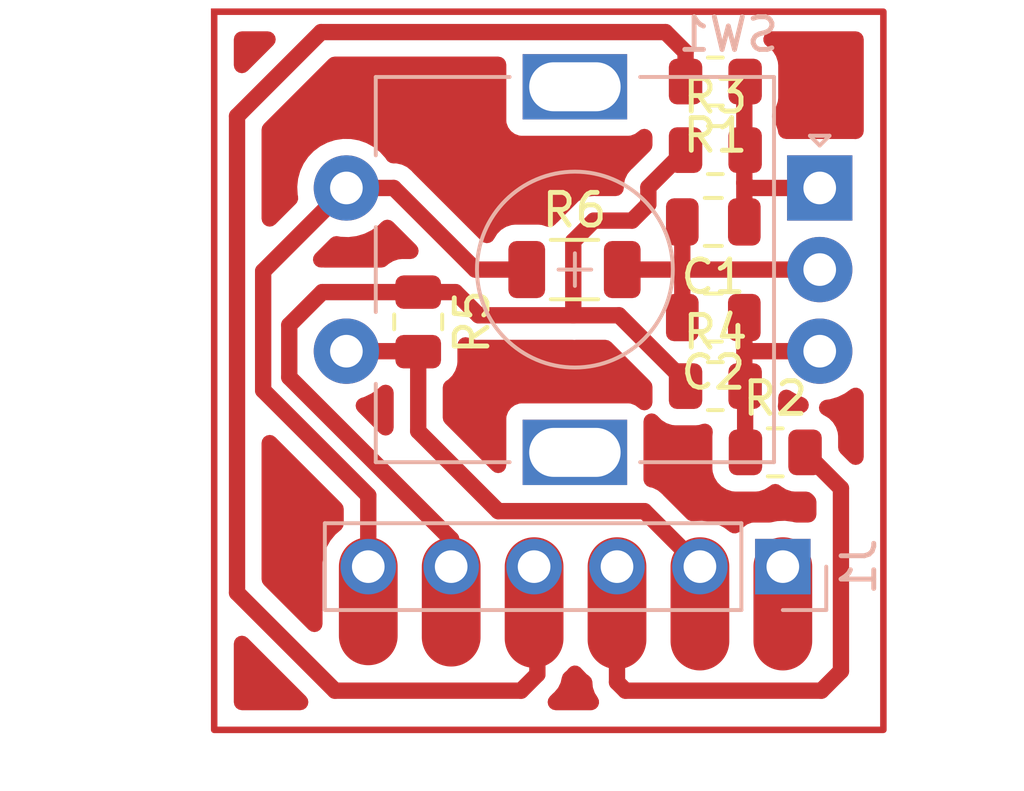
<source format=kicad_pcb>
(kicad_pcb (version 20211014) (generator pcbnew)
  (layers (0 "F.Cu" signal) (31 "B.Cu" signal) (34 "B.Paste" user) (35 "F.Paste" user) (36 "B.SilkS" user "B.Silkscreen") (37 "F.SilkS" user "F.Silkscreen") (38 "B.Mask" user) (39 "F.Mask" user) (44 "Edge.Cuts" user))
  (net 0 "")
  (net 1 "GNDD")
  (net 2 "Net-(C1-Pad1)")
  (net 3 "Net-(C2-Pad1)")
  (net 4 "Net-(J1-Pad3)")
  (net 5 "+5V")
  (net 6 "Net-(J1-Pad2)")
  (net 7 "Net-(J1-Pad4)")
  (footprint "Capacitor_SMD:C_0805_2012Metric" (layer "F.Cu") (at 155.89 69.57 180)
    (fp_text reference "C2" (at 0 -1.68) (layer "F.SilkS"))
    (fp_text value "100n")
    (fp_line (start -0.261252 -0.735) (end 0.261252 -0.735) (layer "F.SilkS") (width 0.12))
    (fp_line (start -0.261252 0.735) (end 0.261252 0.735) (layer "F.SilkS") (width 0.12))
    (pad "1" smd roundrect (at -0.95 0 180) (size 1 1.45) (layers "F.Cu" "F.Paste" "F.Mask") (net 3 "Net-(C2-Pad1)"))
    (pad "2" smd roundrect (at 0.95 0 180) (size 1 1.45) (layers "F.Cu" "F.Paste" "F.Mask") (net 1 "GNDD"))
  )
  (footprint "Resistor_SMD:R_0805_2012Metric" (layer "F.Cu") (at 155.9525 62.34 180)
    (fp_text reference "R1" (at 0 -1.65) (layer "F.SilkS"))
    (fp_text value "10k")
    (fp_line (start -0.227064 -0.735) (end 0.227064 -0.735) (layer "F.SilkS") (width 0.12))
    (fp_line (start -0.227064 0.735) (end 0.227064 0.735) (layer "F.SilkS") (width 0.12))
    (pad "1" smd roundrect (at -0.9125 0 180) (size 1.025 1.4) (layers "F.Cu" "F.Paste" "F.Mask") (roundrect_rratio 0.243902439) (net 2 "Net-(C1-Pad1)"))
    (pad "2" smd roundrect (at 0.9125 0 180) (size 1.025 1.4) (layers "F.Cu" "F.Paste" "F.Mask") (roundrect_rratio 0.243902439) (net 7 "Net-(J1-Pad4)"))
  )
  (footprint "Capacitor_SMD:C_0805_2012Metric" (layer "F.Cu") (at 155.89 66.64 180)
    (fp_text reference "C1" (at 0 -1.68) (layer "F.SilkS"))
    (fp_text value "100n")
    (fp_line (start -0.261252 0.735) (end 0.261252 0.735) (layer "F.SilkS") (width 0.12))
    (fp_line (start -0.261252 -0.735) (end 0.261252 -0.735) (layer "F.SilkS") (width 0.12))
    (pad "1" smd roundrect (at -0.95 0 180) (size 1 1.45) (layers "F.Cu" "F.Paste" "F.Mask") (net 2 "Net-(C1-Pad1)"))
    (pad "2" smd roundrect (at 0.95 0 180) (size 1 1.45) (layers "F.Cu" "F.Paste" "F.Mask") (net 1 "GNDD"))
  )
  (footprint "Resistor_SMD:R_1206_3216Metric" (layer "F.Cu") (at 151.6375 68.1)
    (fp_text reference "R6" (at 0 -1.82) (layer "F.SilkS"))
    (fp_text value "0")
    (fp_line (start -0.727064 -0.91) (end 0.727064 -0.91) (layer "F.SilkS") (width 0.12))
    (fp_line (start -0.727064 0.91) (end 0.727064 0.91) (layer "F.SilkS") (width 0.12))
    (pad "1" smd roundrect (at -1.4625 0) (size 1.125 1.75) (layers "F.Cu" "F.Paste" "F.Mask") (roundrect_rratio 0.2222222222) (net 1 "GNDD"))
    (pad "2" smd roundrect (at 1.4625 0) (size 1.125 1.75) (layers "F.Cu" "F.Paste" "F.Mask") (roundrect_rratio 0.2222222222) (net 1 "GNDD"))
  )
  (footprint "Resistor_SMD:R_0805_2012Metric" (layer "F.Cu") (at 146.85 69.7025 -90)
    (fp_text reference "R5" (at 0 -1.65 90) (layer "F.SilkS"))
    (fp_text value "10k")
    (fp_line (start -0.227064 -0.735) (end 0.227064 -0.735) (layer "F.SilkS") (width 0.12))
    (fp_line (start -0.227064 0.735) (end 0.227064 0.735) (layer "F.SilkS") (width 0.12))
    (pad "1" smd roundrect (at -0.9125 0 270) (size 1.025 1.4) (layers "F.Cu" "F.Paste" "F.Mask") (roundrect_rratio 0.243902439) (net 5 "+5V"))
    (pad "2" smd roundrect (at 0.9125 0 270) (size 1.025 1.4) (layers "F.Cu" "F.Paste" "F.Mask") (roundrect_rratio 0.243902439) (net 6 "Net-(J1-Pad2)"))
  )
  (footprint "Resistor_SMD:R_0805_2012Metric" (layer "F.Cu") (at 157.7875 73.7)
    (fp_text reference "R2" (at 0 -1.65) (layer "F.SilkS"))
    (fp_text value "10k")
    (fp_line (start -0.227064 -0.735) (end 0.227064 -0.735) (layer "F.SilkS") (width 0.12))
    (fp_line (start -0.227064 0.735) (end 0.227064 0.735) (layer "F.SilkS") (width 0.12))
    (pad "1" smd roundrect (at -0.9125 0) (size 1.025 1.4) (layers "F.Cu" "F.Paste" "F.Mask") (roundrect_rratio 0.243902439) (net 3 "Net-(C2-Pad1)"))
    (pad "2" smd roundrect (at 0.9125 0) (size 1.025 1.4) (layers "F.Cu" "F.Paste" "F.Mask") (roundrect_rratio 0.243902439) (net 4 "Net-(J1-Pad3)"))
  )
  (footprint "Resistor_SMD:R_0805_2012Metric" (layer "F.Cu") (at 155.9525 64.44)
    (fp_text reference "R3" (at 0 -1.65) (layer "F.SilkS"))
    (fp_text value "10k")
    (fp_line (start -0.227064 -0.735) (end 0.227064 -0.735) (layer "F.SilkS") (width 0.12))
    (fp_line (start -0.227064 0.735) (end 0.227064 0.735) (layer "F.SilkS") (width 0.12))
    (pad "1" smd roundrect (at -0.9125 0) (size 1.025 1.4) (layers "F.Cu" "F.Paste" "F.Mask") (roundrect_rratio 0.243902439) (net 5 "+5V"))
    (pad "2" smd roundrect (at 0.9125 0) (size 1.025 1.4) (layers "F.Cu" "F.Paste" "F.Mask") (roundrect_rratio 0.243902439) (net 2 "Net-(C1-Pad1)"))
  )
  (footprint "Resistor_SMD:R_0805_2012Metric" (layer "F.Cu") (at 155.9525 71.67)
    (fp_text reference "R4" (at 0 -1.65) (layer "F.SilkS"))
    (fp_text value "10k")
    (fp_line (start -0.227064 -0.735) (end 0.227064 -0.735) (layer "F.SilkS") (width 0.12))
    (fp_line (start -0.227064 0.735) (end 0.227064 0.735) (layer "F.SilkS") (width 0.12))
    (pad "1" smd roundrect (at -0.9125 0) (size 1.025 1.4) (layers "F.Cu" "F.Paste" "F.Mask") (roundrect_rratio 0.243902439) (net 5 "+5V"))
    (pad "2" smd roundrect (at 0.9125 0) (size 1.025 1.4) (layers "F.Cu" "F.Paste" "F.Mask") (roundrect_rratio 0.243902439) (net 3 "Net-(C2-Pad1)"))
  )
  (footprint "Connector_PinHeader_2.54mm:PinHeader_1x06_P2.54mm_Vertical" (layer "B.Cu") (at 158.02 77.2 90)
    (fp_text reference "J1" (at 0 2.33 90) (layer "B.SilkS") (effects (justify mirror)))
    (fp_text value "ENC_CONN")
    (fp_line (start -1.33 1.33) (end 0 1.33) (layer "B.SilkS") (width 0.12))
    (fp_line (start 1.33 -1.27) (end 1.33 -14.03) (layer "B.SilkS") (width 0.12))
    (fp_line (start -1.33 -1.27) (end -1.33 -14.03) (layer "B.SilkS") (width 0.12))
    (fp_line (start -1.33 0) (end -1.33 1.33) (layer "B.SilkS") (width 0.12))
    (fp_line (start -1.33 -1.27) (end 1.33 -1.27) (layer "B.SilkS") (width 0.12))
    (fp_line (start -1.33 -14.03) (end 1.33 -14.03) (layer "B.SilkS") (width 0.12))
    (pad "1" thru_hole rect (at 0 0 90) (size 1.7 1.7) (drill 1) (layers *.Cu *.Mask) (net 1 "GNDD"))
    (pad "2" thru_hole oval (at 0 -2.54 90) (size 1.7 1.7) (drill 1) (layers *.Cu *.Mask) (net 6 "Net-(J1-Pad2)"))
    (pad "3" thru_hole oval (at 0 -5.08 90) (size 1.7 1.7) (drill 1) (layers *.Cu *.Mask) (net 4 "Net-(J1-Pad3)"))
    (pad "4" thru_hole oval (at 0 -7.62 90) (size 1.7 1.7) (drill 1) (layers *.Cu *.Mask) (net 7 "Net-(J1-Pad4)"))
    (pad "5" thru_hole oval (at 0 -10.16 90) (size 1.7 1.7) (drill 1) (layers *.Cu *.Mask) (net 5 "+5V"))
    (pad "6" thru_hole oval (at 0 -12.7 90) (size 1.7 1.7) (drill 1) (layers *.Cu *.Mask) (net 1 "GNDD"))
  )
  (footprint "Rotary_Encoder:RotaryEncoder_Alps_EC11E-Switch_Vertical_H20mm" (layer "B.Cu") (at 159.15 65.6 180)
    (fp_text reference "SW1" (at 2.8 4.7) (layer "B.SilkS") (effects (justify mirror)))
    (fp_text value "RotaryEncoder_Switch")
    (fp_line (start 1.4 3.4) (end 1.4 -8.4) (layer "B.SilkS") (width 0.12))
    (fp_line (start 13.6 -1.2) (end 13.6 -3.8) (layer "B.SilkS") (width 0.12))
    (fp_line (start 5.5 -8.4) (end 1.4 -8.4) (layer "B.SilkS") (width 0.12))
    (fp_line (start 7 -2.5) (end 8 -2.5) (layer "B.SilkS") (width 0.12))
    (fp_line (start 7.5 -2) (end 7.5 -3) (layer "B.SilkS") (width 0.12))
    (fp_line (start 13.6 3.4) (end 13.6 1) (layer "B.SilkS") (width 0.12))
    (fp_line (start 0 1.3) (end -0.3 1.6) (layer "B.SilkS") (width 0.12))
    (fp_line (start 9.5 3.4) (end 13.6 3.4) (layer "B.SilkS") (width 0.12))
    (fp_line (start -0.3 1.6) (end 0.3 1.6) (layer "B.SilkS") (width 0.12))
    (fp_line (start 13.6 -6) (end 13.6 -8.4) (layer "B.SilkS") (width 0.12))
    (fp_line (start 0.3 1.6) (end 0 1.3) (layer "B.SilkS") (width 0.12))
    (fp_line (start 13.6 -8.4) (end 9.5 -8.4) (layer "B.SilkS") (width 0.12))
    (fp_line (start 5.5 3.4) (end 1.4 3.4) (layer "B.SilkS") (width 0.12))
    (fp_circle (center 7.5 -2.5) (end 10.5 -2.5) (layer "B.SilkS") (width 0.12) (fill none))
    (pad "A" thru_hole rect (at 0 0 180) (size 2 2) (drill 1) (layers *.Cu *.Mask) (net 2 "Net-(C1-Pad1)"))
    (pad "B" thru_hole circle (at 0 -5 180) (size 2 2) (drill 1) (layers *.Cu *.Mask) (net 3 "Net-(C2-Pad1)"))
    (pad "C" thru_hole circle (at 0 -2.5 180) (size 2 2) (drill 1) (layers *.Cu *.Mask) (net 1 "GNDD"))
    (pad "MP" thru_hole rect (at 7.5 3.1 180) (size 3.2 2) (drill oval 2.8 1.5) (layers *.Cu *.Mask))
    (pad "MP" thru_hole rect (at 7.5 -8.1 180) (size 3.2 2) (drill oval 2.8 1.5) (layers *.Cu *.Mask))
    (pad "S1" thru_hole circle (at 14.5 -5 180) (size 2 2) (drill 1) (layers *.Cu *.Mask) (net 6 "Net-(J1-Pad2)"))
    (pad "S2" thru_hole circle (at 14.5 0 180) (size 2 2) (drill 1) (layers *.Cu *.Mask) (net 1 "GNDD"))
  )
  (gr_rect (start 161.1 82.2) (end 140.6 60.2) (layer "F.Cu") (width 0.2) (fill none))
  (segment (start 159.15 68.1) (end 154.98 68.1) (width 0.5) (layer "F.Cu") (net 1))
  (segment (start 154.98 68.1) (end 153.1 68.1) (width 0.5) (layer "F.Cu") (net 1))
  (segment (start 145.32 77.2) (end 145.32 79.32) (width 1.8) (layer "F.Cu") (net 1))
  (segment (start 142.1 68.15) (end 142.1 71.8) (width 0.5) (layer "F.Cu") (net 1))
  (segment (start 154.94 68.06) (end 154.94 66.64) (width 0.5) (layer "F.Cu") (net 1))
  (segment (start 148.6 68.1) (end 150.175 68.1) (width 0.5) (layer "F.Cu") (net 1))
  (segment (start 158.02 77.2) (end 158.02 79.48) (width 1.8) (layer "F.Cu") (net 1))
  (segment (start 146.1 65.6) (end 148.6 68.1) (width 0.5) (layer "F.Cu") (net 1))
  (segment (start 154.98 68.1) (end 154.94 68.06) (width 0.5) (layer "F.Cu") (net 1))
  (segment (start 154.94 69.57) (end 154.94 68.06) (width 0.5) (layer "F.Cu") (net 1))
  (segment (start 145.32 75.02) (end 145.32 77.2) (width 0.5) (layer "F.Cu") (net 1))
  (segment (start 144.65 65.6) (end 146.1 65.6) (width 0.5) (layer "F.Cu") (net 1))
  (segment (start 144.65 65.6) (end 142.1 68.15) (width 0.5) (layer "F.Cu") (net 1))
  (segment (start 142.1 71.8) (end 145.32 75.02) (width 0.5) (layer "F.Cu") (net 1))
  (segment (start 159.15 65.6) (end 157 65.6) (width 0.5) (layer "F.Cu") (net 2))
  (segment (start 156.84 66.64) (end 156.84 65.44) (width 0.5) (layer "F.Cu") (net 2))
  (segment (start 157 65.6) (end 156.84 65.44) (width 0.5) (layer "F.Cu") (net 2))
  (segment (start 159.45 65.6) (end 159.15 65.6) (width 0.8) (layer "F.Cu") (net 2))
  (segment (start 156.84 62.365) (end 156.865 62.34) (width 0.5) (layer "F.Cu") (net 2))
  (segment (start 156.84 65.44) (end 156.84 62.365) (width 0.5) (layer "F.Cu") (net 2))
  (segment (start 156.84 71.645) (end 156.865 71.67) (width 0.5) (layer "F.Cu") (net 3))
  (segment (start 159.19 70.64) (end 159.15 70.6) (width 1) (layer "F.Cu") (net 3))
  (segment (start 157 70.6) (end 156.84 70.44) (width 0.5) (layer "F.Cu") (net 3))
  (segment (start 156.865 71.67) (end 156.865 73.69) (width 0.5) (layer "F.Cu") (net 3))
  (segment (start 156.84 70.44) (end 156.84 71.645) (width 0.5) (layer "F.Cu") (net 3))
  (segment (start 156.84 69.57) (end 156.84 70.44) (width 0.5) (layer "F.Cu") (net 3))
  (segment (start 159.15 70.6) (end 157 70.6) (width 0.5) (layer "F.Cu") (net 3))
  (segment (start 156.865 73.69) (end 156.875 73.7) (width 0.5) (layer "F.Cu") (net 3))
  (segment (start 159.8 80.4) (end 159.2 81) (width 0.5) (layer "F.Cu") (net 4))
  (segment (start 159.2 81) (end 153.2 81) (width 0.5) (layer "F.Cu") (net 4))
  (segment (start 158.7 73.7) (end 159.8 74.8) (width 0.5) (layer "F.Cu") (net 4))
  (segment (start 152.94 77.2) (end 152.94 79.44) (width 1.8) (layer "F.Cu") (net 4))
  (segment (start 159.8 74.8) (end 159.8 80.4) (width 0.5) (layer "F.Cu") (net 4))
  (segment (start 153.2 81) (end 152.94 80.74) (width 0.5) (layer "F.Cu") (net 4))
  (segment (start 152.94 80.74) (end 152.94 79.44) (width 0.5) (layer "F.Cu") (net 4))
  (segment (start 142.9 69.8) (end 142.9 71.4) (width 0.5) (layer "F.Cu") (net 5))
  (segment (start 143.91 68.79) (end 142.9 69.8) (width 0.5) (layer "F.Cu") (net 5))
  (segment (start 153.9 65.58) (end 155.04 64.44) (width 0.5) (layer "F.Cu") (net 5))
  (segment (start 153.4 66.6) (end 153.9 66.1) (width 0.5) (layer "F.Cu") (net 5))
  (segment (start 151.6 69.5) (end 151.6 67.23) (width 0.5) (layer "F.Cu") (net 5))
  (segment (start 152.23 66.6) (end 153.4 66.6) (width 0.5) (layer "F.Cu") (net 5))
  (segment (start 151.6 69.5) (end 148.7 69.5) (width 0.5) (layer "F.Cu") (net 5))
  (segment (start 153.9 66.1) (end 153.9 65.58) (width 0.5) (layer "F.Cu") (net 5))
  (segment (start 155.04 71.54) (end 153 69.5) (width 0.5) (layer "F.Cu") (net 5))
  (segment (start 151.6 67.23) (end 152.23 66.6) (width 0.5) (layer "F.Cu") (net 5))
  (segment (start 142.9 71.4) (end 147.86 76.36) (width 0.5) (layer "F.Cu") (net 5))
  (segment (start 147.86 76.36) (end 147.86 77.2) (width 0.5) (layer "F.Cu") (net 5))
  (segment (start 147.86 77.2) (end 147.86 79.36) (width 1.8) (layer "F.Cu") (net 5))
  (segment (start 147.99 68.79) (end 146.85 68.79) (width 0.5) (layer "F.Cu") (net 5))
  (segment (start 146.85 68.79) (end 143.91 68.79) (width 0.5) (layer "F.Cu") (net 5))
  (segment (start 148.7 69.5) (end 147.99 68.79) (width 0.5) (layer "F.Cu") (net 5))
  (segment (start 153 69.5) (end 151.6 69.5) (width 0.5) (layer "F.Cu") (net 5))
  (segment (start 155.04 71.67) (end 155.04 71.54) (width 0.5) (layer "F.Cu") (net 5))
  (segment (start 153.78 75.5) (end 155.48 77.2) (width 0.5) (layer "F.Cu") (net 6))
  (segment (start 155.48 77.2) (end 155.48 79.48) (width 1.8) (layer "F.Cu") (net 6))
  (segment (start 144.65 70.6) (end 146.835 70.6) (width 0.5) (layer "F.Cu") (net 6))
  (segment (start 146.85 70.615) (end 146.85 73.05) (width 0.5) (layer "F.Cu") (net 6))
  (segment (start 149.3 75.5) (end 153.78 75.5) (width 0.5) (layer "F.Cu") (net 6))
  (segment (start 146.835 70.6) (end 146.85 70.615) (width 0.5) (layer "F.Cu") (net 6))
  (segment (start 146.85 73.05) (end 149.3 75.5) (width 0.5) (layer "F.Cu") (net 6))
  (segment (start 143.87548 60.82452) (end 154.42452 60.82452) (width 0.5) (layer "F.Cu") (net 7))
  (segment (start 141.3 78) (end 141.3 63.4) (width 0.5) (layer "F.Cu") (net 7))
  (segment (start 150.5 79.5) (end 150.5 80.5) (width 0.5) (layer "F.Cu") (net 7))
  (segment (start 141.3 63.4) (end 143.87548 60.82452) (width 0.5) (layer "F.Cu") (net 7))
  (segment (start 150.5 80.5) (end 150 81) (width 0.5) (layer "F.Cu") (net 7))
  (segment (start 155.04 61.44) (end 155.04 62.34) (width 0.5) (layer "F.Cu") (net 7))
  (segment (start 150.4 79.4) (end 150.5 79.5) (width 0.5) (layer "F.Cu") (net 7))
  (segment (start 150 81) (end 144.3 81) (width 0.5) (layer "F.Cu") (net 7))
  (segment (start 150.4 77.2) (end 150.4 79.4) (width 1.8) (layer "F.Cu") (net 7))
  (segment (start 154.42452 60.82452) (end 155.04 61.44) (width 0.5) (layer "F.Cu") (net 7))
  (segment (start 144.3 81) (end 141.3 78) (width 0.5) (layer "F.Cu") (net 7))
  (zone (net 0) (net_name "") (layer "F.Cu") (name "MP") (connect_pads (clearance 0.5)) (min_thickness 0.5) (fill yes (thermal_gap 0.508) (thermal_bridge_width 0.508))
    (polygon (pts (xy 161.1 81.7) (xy 140.6 81.7) (xy 140.6 60.2) (xy 161.1 60.2)))
  )
)
</source>
